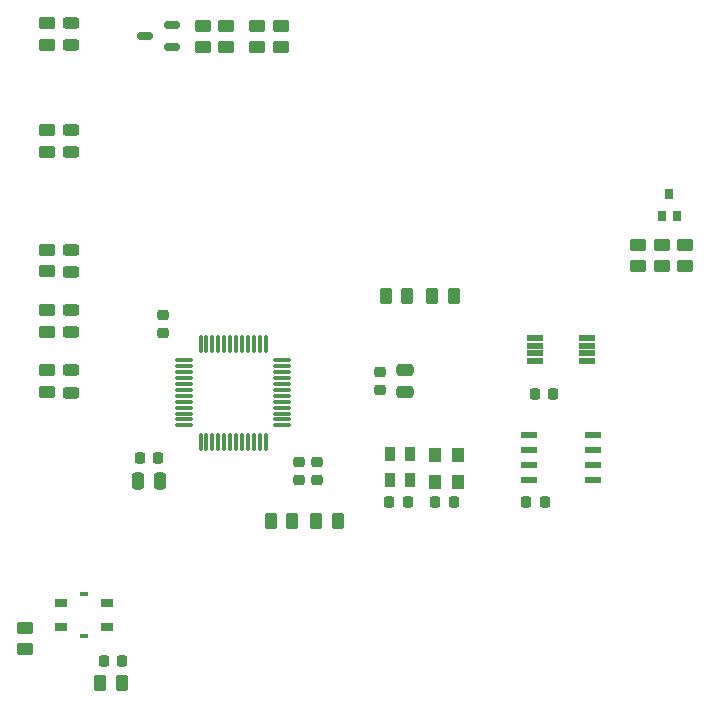
<source format=gbr>
%TF.GenerationSoftware,KiCad,Pcbnew,8.0.1*%
%TF.CreationDate,2024-04-04T08:15:04-04:00*%
%TF.ProjectId,ambiens-sc1,616d6269-656e-4732-9d73-63312e6b6963,rev?*%
%TF.SameCoordinates,Original*%
%TF.FileFunction,Paste,Top*%
%TF.FilePolarity,Positive*%
%FSLAX46Y46*%
G04 Gerber Fmt 4.6, Leading zero omitted, Abs format (unit mm)*
G04 Created by KiCad (PCBNEW 8.0.1) date 2024-04-04 08:15:04*
%MOMM*%
%LPD*%
G01*
G04 APERTURE LIST*
G04 Aperture macros list*
%AMRoundRect*
0 Rectangle with rounded corners*
0 $1 Rounding radius*
0 $2 $3 $4 $5 $6 $7 $8 $9 X,Y pos of 4 corners*
0 Add a 4 corners polygon primitive as box body*
4,1,4,$2,$3,$4,$5,$6,$7,$8,$9,$2,$3,0*
0 Add four circle primitives for the rounded corners*
1,1,$1+$1,$2,$3*
1,1,$1+$1,$4,$5*
1,1,$1+$1,$6,$7*
1,1,$1+$1,$8,$9*
0 Add four rect primitives between the rounded corners*
20,1,$1+$1,$2,$3,$4,$5,0*
20,1,$1+$1,$4,$5,$6,$7,0*
20,1,$1+$1,$6,$7,$8,$9,0*
20,1,$1+$1,$8,$9,$2,$3,0*%
G04 Aperture macros list end*
%ADD10RoundRect,0.250000X0.262500X0.450000X-0.262500X0.450000X-0.262500X-0.450000X0.262500X-0.450000X0*%
%ADD11RoundRect,0.250000X-0.262500X-0.450000X0.262500X-0.450000X0.262500X0.450000X-0.262500X0.450000X0*%
%ADD12RoundRect,0.243750X-0.456250X0.243750X-0.456250X-0.243750X0.456250X-0.243750X0.456250X0.243750X0*%
%ADD13R,1.411198X0.507200*%
%ADD14R,1.100000X0.700000*%
%ADD15R,0.700000X0.400000*%
%ADD16RoundRect,0.225000X0.225000X0.250000X-0.225000X0.250000X-0.225000X-0.250000X0.225000X-0.250000X0*%
%ADD17RoundRect,0.250000X-0.450000X0.262500X-0.450000X-0.262500X0.450000X-0.262500X0.450000X0.262500X0*%
%ADD18RoundRect,0.150000X0.512500X0.150000X-0.512500X0.150000X-0.512500X-0.150000X0.512500X-0.150000X0*%
%ADD19RoundRect,0.225000X-0.250000X0.225000X-0.250000X-0.225000X0.250000X-0.225000X0.250000X0.225000X0*%
%ADD20RoundRect,0.225000X-0.225000X-0.250000X0.225000X-0.250000X0.225000X0.250000X-0.225000X0.250000X0*%
%ADD21RoundRect,0.250000X0.450000X-0.262500X0.450000X0.262500X-0.450000X0.262500X-0.450000X-0.262500X0*%
%ADD22R,0.950000X1.200000*%
%ADD23RoundRect,0.250000X-0.475000X0.250000X-0.475000X-0.250000X0.475000X-0.250000X0.475000X0.250000X0*%
%ADD24R,1.100000X1.300000*%
%ADD25R,1.454899X0.532600*%
%ADD26RoundRect,0.075000X0.662500X0.075000X-0.662500X0.075000X-0.662500X-0.075000X0.662500X-0.075000X0*%
%ADD27RoundRect,0.075000X0.075000X0.662500X-0.075000X0.662500X-0.075000X-0.662500X0.075000X-0.662500X0*%
%ADD28RoundRect,0.250000X0.250000X0.475000X-0.250000X0.475000X-0.250000X-0.475000X0.250000X-0.475000X0*%
%ADD29R,0.700000X0.900000*%
G04 APERTURE END LIST*
D10*
%TO.C,R16*%
X162244200Y-101825396D03*
X160419200Y-101825396D03*
%TD*%
D11*
%TO.C,R15*%
X156595239Y-101825000D03*
X158420239Y-101825000D03*
%TD*%
D12*
%TO.C,D3*%
X139660000Y-78882498D03*
X139660000Y-80757500D03*
%TD*%
D13*
%TO.C,U1*%
X183339200Y-88274998D03*
X183339200Y-87625000D03*
X183339200Y-86974998D03*
X183339200Y-86325000D03*
X178945000Y-86325000D03*
X178945000Y-86974998D03*
X178945000Y-87625000D03*
X178945000Y-88274998D03*
%TD*%
D10*
%TO.C,R11*%
X168142500Y-82775000D03*
X166317500Y-82775000D03*
%TD*%
D14*
%TO.C,SW1*%
X138860000Y-108770000D03*
X142760000Y-108770000D03*
X138860000Y-110770000D03*
X142760000Y-110770000D03*
D15*
X140810000Y-108015001D03*
X140810000Y-111524999D03*
%TD*%
D16*
%TO.C,C14*%
X142475000Y-113710000D03*
X144025000Y-113710000D03*
%TD*%
D17*
%TO.C,R7*%
X187650002Y-78450000D03*
X187650002Y-80275000D03*
%TD*%
%TO.C,R1*%
X137650001Y-59677500D03*
X137650001Y-61502500D03*
%TD*%
%TO.C,R5*%
X157430001Y-59897500D03*
X157430001Y-61722500D03*
%TD*%
D12*
%TO.C,D1*%
X139660000Y-59652499D03*
X139660000Y-61527501D03*
%TD*%
D18*
%TO.C,Q1*%
X148211298Y-61722499D03*
X148211298Y-59822501D03*
X145936298Y-60772500D03*
%TD*%
D17*
%TO.C,R10*%
X137650001Y-78867500D03*
X137650001Y-80692500D03*
%TD*%
D19*
%TO.C,C8*%
X159005000Y-96833545D03*
X159005000Y-98383545D03*
%TD*%
D20*
%TO.C,C12*%
X170535301Y-100237500D03*
X172085301Y-100237500D03*
%TD*%
%TO.C,C6*%
X178930000Y-91070000D03*
X180480000Y-91070000D03*
%TD*%
D19*
%TO.C,C4*%
X165850000Y-89183545D03*
X165850000Y-90733545D03*
%TD*%
D21*
%TO.C,R2*%
X150830000Y-61722500D03*
X150830000Y-59897500D03*
%TD*%
D22*
%TO.C,U4*%
X168410698Y-98344843D03*
X168410698Y-96144843D03*
X166660698Y-96144843D03*
X166660698Y-98344843D03*
%TD*%
D10*
%TO.C,R12*%
X172075000Y-82775000D03*
X170250000Y-82775000D03*
%TD*%
D12*
%TO.C,D4*%
X139660000Y-83972501D03*
X139660000Y-85847503D03*
%TD*%
D17*
%TO.C,R3*%
X152829998Y-59897500D03*
X152829998Y-61722500D03*
%TD*%
D21*
%TO.C,R9*%
X191700000Y-80275000D03*
X191700000Y-78450000D03*
%TD*%
D23*
%TO.C,C5*%
X167980002Y-89008546D03*
X167980002Y-90908546D03*
%TD*%
D19*
%TO.C,C9*%
X160525000Y-96833545D03*
X160525000Y-98383545D03*
%TD*%
D17*
%TO.C,R6*%
X137650000Y-68717501D03*
X137650000Y-70542501D03*
%TD*%
%TO.C,R14*%
X137650001Y-89064999D03*
X137650001Y-90889999D03*
%TD*%
D20*
%TO.C,C13*%
X178238984Y-100237500D03*
X179788984Y-100237500D03*
%TD*%
D24*
%TO.C,U5*%
X172430696Y-98494844D03*
X172430696Y-96194844D03*
X170530696Y-96194844D03*
X170530696Y-98494844D03*
%TD*%
D11*
%TO.C,R18*%
X143970000Y-115530000D03*
X142145000Y-115530000D03*
%TD*%
D25*
%TO.C,U3*%
X183895000Y-98375000D03*
X183895000Y-97105000D03*
X183895000Y-95835000D03*
X183895000Y-94565000D03*
X178452304Y-94565000D03*
X178452304Y-95835000D03*
X178452304Y-97105000D03*
X178452304Y-98375000D03*
%TD*%
D20*
%TO.C,C11*%
X166641497Y-100237500D03*
X168191497Y-100237500D03*
%TD*%
D16*
%TO.C,C7*%
X147075000Y-96480000D03*
X145525000Y-96480000D03*
%TD*%
D17*
%TO.C,R17*%
X135800000Y-110845000D03*
X135800000Y-112670000D03*
%TD*%
%TO.C,R13*%
X137650001Y-83957500D03*
X137650001Y-85782500D03*
%TD*%
D26*
%TO.C,U2*%
X157562372Y-93728672D03*
X157562372Y-93228672D03*
X157562372Y-92728672D03*
X157562372Y-92228671D03*
X157562372Y-91728672D03*
X157562372Y-91228672D03*
X157562372Y-90728672D03*
X157562372Y-90228672D03*
X157562372Y-89728673D03*
X157562372Y-89228672D03*
X157562372Y-88728672D03*
X157562372Y-88228672D03*
D27*
X156149872Y-86816172D03*
X155649872Y-86816172D03*
X155149872Y-86816172D03*
X154649871Y-86816172D03*
X154149872Y-86816172D03*
X153649872Y-86816172D03*
X153149872Y-86816172D03*
X152649872Y-86816172D03*
X152149873Y-86816172D03*
X151649872Y-86816172D03*
X151149872Y-86816172D03*
X150649872Y-86816172D03*
D26*
X149237372Y-88228672D03*
X149237372Y-88728672D03*
X149237372Y-89228672D03*
X149237372Y-89728673D03*
X149237372Y-90228672D03*
X149237372Y-90728672D03*
X149237372Y-91228672D03*
X149237372Y-91728672D03*
X149237372Y-92228671D03*
X149237372Y-92728672D03*
X149237372Y-93228672D03*
X149237372Y-93728672D03*
D27*
X150649872Y-95141172D03*
X151149872Y-95141172D03*
X151649872Y-95141172D03*
X152149873Y-95141172D03*
X152649872Y-95141172D03*
X153149872Y-95141172D03*
X153649872Y-95141172D03*
X154149872Y-95141172D03*
X154649871Y-95141172D03*
X155149872Y-95141172D03*
X155649872Y-95141172D03*
X156149872Y-95141172D03*
%TD*%
D28*
%TO.C,C10*%
X147249999Y-98433542D03*
X145349999Y-98433542D03*
%TD*%
D29*
%TO.C,Q3*%
X189675001Y-76000001D03*
X190975001Y-76000001D03*
X190325001Y-74100001D03*
%TD*%
D21*
%TO.C,R4*%
X155430000Y-61722500D03*
X155430000Y-59897500D03*
%TD*%
D19*
%TO.C,C3*%
X147500000Y-84375000D03*
X147500000Y-85925000D03*
%TD*%
D21*
%TO.C,R8*%
X189675001Y-80275000D03*
X189675001Y-78450000D03*
%TD*%
D12*
%TO.C,D5*%
X139660000Y-89080000D03*
X139660000Y-90955002D03*
%TD*%
%TO.C,D2*%
X139659999Y-68732499D03*
X139659999Y-70607501D03*
%TD*%
M02*

</source>
